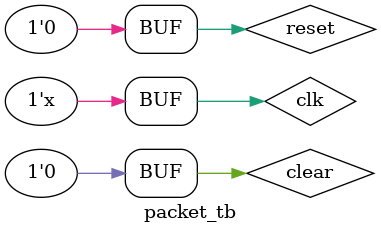
<source format=v>



module packet_tb();

   wire [7:0] data;
   wire       sof, eof, src_rdy, dst_rdy;

   wire       clear = 0;
   reg 	      clk = 0;
   reg 	      reset = 1;

   always #10 clk <= ~clk;
   initial #1000 reset <= 0;

   initial $dumpfile("packet_tb.vcd");
   initial $dumpvars(0,packet_tb);

   wire [31:0] total, crc_err, seq_err, len_err;
   
   packet_generator pkt_gen (.clk(clk), .reset(reset), .clear(clear),
			     .data_o(data), .sof_o(sof), .eof_o(eof),
			     .src_rdy_o(src_rdy), .dst_rdy_i(dst_rdy));

   packet_verifier pkt_ver (.clk(clk), .reset(reset), .clear(clear),
			    .data_i(data), .sof_i(sof), .eof_i(eof),
			    .src_rdy_i(src_rdy), .dst_rdy_o(dst_rdy),
			    .total(total), .crc_err(crc_err), .seq_err(seq_err), .len_err(len_err));

endmodule // packet_tb

</source>
